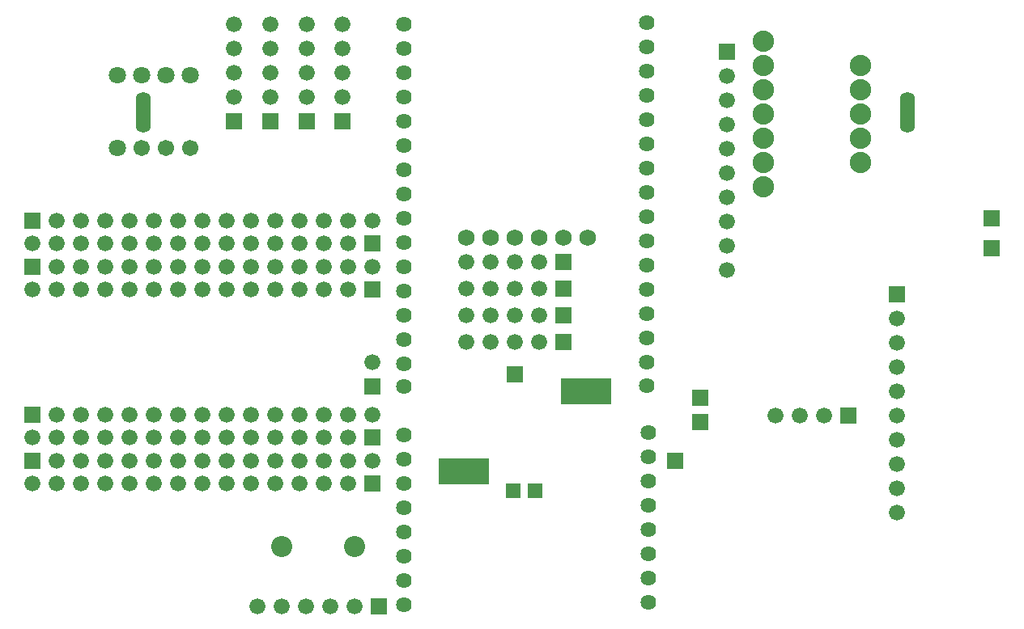
<source format=gbs>
G04 Layer: BottomSolderMaskLayer*
G04 EasyEDA v6.5.51, 2025-12-08 09:47:30*
G04 7167e3a2cd4a4cc2b36d8ec3c7a0698f,d159c27349c1460ca4c4e21dfb61053a,10*
G04 Gerber Generator version 0.2*
G04 Scale: 100 percent, Rotated: No, Reflected: No *
G04 Dimensions in millimeters *
G04 leading zeros omitted , absolute positions ,4 integer and 5 decimal *
%FSLAX45Y45*%
%MOMM*%

%AMMACRO1*4,1,8,-2.5821,-1.3716,-2.6416,-1.3121,-2.6416,1.3121,-2.5821,1.3716,2.5821,1.3716,2.6416,1.3121,2.6416,-1.3121,2.5821,-1.3716,-2.5821,-1.3716,0*%
%AMMACRO2*4,1,8,-0.8085,-0.8382,-0.8382,-0.8084,-0.8382,0.8085,-0.8085,0.8382,0.8084,0.8382,0.8382,0.8085,0.8382,-0.8084,0.8084,-0.8382,-0.8085,-0.8382,0*%
%AMMACRO3*4,1,8,-0.7711,-0.8008,-0.8008,-0.771,-0.8008,0.7711,-0.7711,0.8008,0.771,0.8008,0.8008,0.7711,0.8008,-0.771,0.771,-0.8008,-0.7711,-0.8008,0*%
%ADD10MACRO1*%
%ADD11MACRO2*%
%ADD12C,1.6764*%
%ADD13O,1.601597X4.301592*%
%ADD14C,2.2032*%
%ADD15C,1.8040*%
%ADD16C,1.7016*%
%ADD17C,1.8032*%
%ADD18C,0.0191*%
%ADD19C,2.2352*%
%ADD20C,1.6256*%
%ADD21MACRO3*%
%ADD22C,1.7272*%

%LPD*%
D10*
G01*
X6197600Y2768600D03*
G01*
X4914900Y1930400D03*
D11*
G01*
X10439400Y4267200D03*
G01*
X10439400Y4584700D03*
G01*
X5448300Y2946400D03*
D12*
G01*
X406400Y4318000D03*
G01*
X660400Y4318000D03*
G01*
X914400Y4318000D03*
G01*
X1168400Y4318000D03*
G01*
X1422400Y4318000D03*
G01*
X1676400Y4318000D03*
G01*
X1930400Y4318000D03*
G01*
X2184400Y4318000D03*
G01*
X2438400Y4318000D03*
G01*
X2692400Y4318000D03*
G01*
X2946400Y4318000D03*
G01*
X3200400Y4318000D03*
G01*
X3454400Y4318000D03*
G01*
X3708400Y4318000D03*
D11*
G01*
X3962400Y4318000D03*
D12*
G01*
X406400Y3835400D03*
G01*
X660400Y3835400D03*
G01*
X914400Y3835400D03*
G01*
X1168400Y3835400D03*
G01*
X1422400Y3835400D03*
G01*
X1676400Y3835400D03*
G01*
X1930400Y3835400D03*
G01*
X2184400Y3835400D03*
G01*
X2438400Y3835400D03*
G01*
X2692400Y3835400D03*
G01*
X2946400Y3835400D03*
G01*
X3200400Y3835400D03*
G01*
X3454400Y3835400D03*
G01*
X3708400Y3835400D03*
D11*
G01*
X3962400Y3835400D03*
D12*
G01*
X406400Y2286000D03*
G01*
X660400Y2286000D03*
G01*
X914400Y2286000D03*
G01*
X1168400Y2286000D03*
G01*
X1422400Y2286000D03*
G01*
X1676400Y2286000D03*
G01*
X1930400Y2286000D03*
G01*
X2184400Y2286000D03*
G01*
X2438400Y2286000D03*
G01*
X2692400Y2286000D03*
G01*
X2946400Y2286000D03*
G01*
X3200400Y2286000D03*
G01*
X3454400Y2286000D03*
G01*
X3708400Y2286000D03*
D11*
G01*
X3962400Y2286000D03*
D12*
G01*
X406400Y1803400D03*
G01*
X660400Y1803400D03*
G01*
X914400Y1803400D03*
G01*
X1168400Y1803400D03*
G01*
X1422400Y1803400D03*
G01*
X1676400Y1803400D03*
G01*
X1930400Y1803400D03*
G01*
X2184400Y1803400D03*
G01*
X2438400Y1803400D03*
G01*
X2692400Y1803400D03*
G01*
X2946400Y1803400D03*
G01*
X3200400Y1803400D03*
G01*
X3454400Y1803400D03*
G01*
X3708400Y1803400D03*
D11*
G01*
X3962400Y1803400D03*
D12*
G01*
X4940300Y4127500D03*
G01*
X5194300Y4127500D03*
G01*
X5448300Y4127500D03*
G01*
X5702300Y4127500D03*
D11*
G01*
X5956300Y4127500D03*
D12*
G01*
X4940300Y3848100D03*
G01*
X5194300Y3848100D03*
G01*
X5448300Y3848100D03*
G01*
X5702300Y3848100D03*
D11*
G01*
X5956300Y3848100D03*
D12*
G01*
X4940300Y3568700D03*
G01*
X5194300Y3568700D03*
G01*
X5448300Y3568700D03*
G01*
X5702300Y3568700D03*
D11*
G01*
X5956300Y3568700D03*
D12*
G01*
X4940300Y3289300D03*
G01*
X5194300Y3289300D03*
G01*
X5448300Y3289300D03*
G01*
X5702300Y3289300D03*
D11*
G01*
X5956300Y3289300D03*
D13*
G01*
X9562591Y5689600D03*
G01*
X1562607Y5689600D03*
D12*
G01*
X2755900Y520700D03*
G01*
X3009900Y520700D03*
G01*
X3263900Y520700D03*
G01*
X3517900Y520700D03*
G01*
X3771900Y520700D03*
D11*
G01*
X4025900Y520700D03*
D14*
G01*
X3009900Y1143000D03*
G01*
X3771900Y1143000D03*
D11*
G01*
X3962400Y2819400D03*
D12*
G01*
X3962400Y3073400D03*
D15*
G01*
X1295400Y5321300D03*
D16*
G01*
X1549400Y5321300D03*
G01*
X1803400Y5321300D03*
G01*
X2057400Y5321300D03*
D17*
G01*
X2057400Y6083300D03*
G01*
X1803400Y6083300D03*
G01*
X1549400Y6083300D03*
G01*
X1295400Y6083300D03*
D12*
G01*
X3644900Y6616700D03*
G01*
X3644900Y6362700D03*
G01*
X3644900Y6108700D03*
G01*
X3644900Y5854700D03*
D11*
G01*
X3644900Y5600700D03*
D12*
G01*
X3276600Y6616700D03*
G01*
X3276600Y6362700D03*
G01*
X3276600Y6108700D03*
G01*
X3276600Y5854700D03*
D11*
G01*
X3276600Y5600700D03*
D19*
G01*
X9067876Y5676976D03*
G01*
X9067876Y5930976D03*
G01*
X9067876Y6184976D03*
G01*
X9067876Y5422976D03*
G01*
X9067876Y5168976D03*
G01*
X8051876Y5676976D03*
G01*
X8051876Y5422976D03*
G01*
X8051876Y5168976D03*
G01*
X8051876Y4914976D03*
G01*
X8051876Y5930976D03*
G01*
X8051876Y6184976D03*
G01*
X8051800Y6438900D03*
D12*
G01*
X2895600Y6616700D03*
G01*
X2895600Y6362700D03*
G01*
X2895600Y6108700D03*
G01*
X2895600Y5854700D03*
D11*
G01*
X2895600Y5600700D03*
D12*
G01*
X2514600Y6616700D03*
G01*
X2514600Y6362700D03*
G01*
X2514600Y6108700D03*
G01*
X2514600Y5854700D03*
D11*
G01*
X2514600Y5600700D03*
D20*
G01*
X6832600Y2832100D03*
G01*
X6845300Y2336800D03*
G01*
X6845300Y2082800D03*
G01*
X6845300Y1828800D03*
G01*
X6845300Y1574800D03*
G01*
X6845300Y1320800D03*
G01*
X6845300Y1066800D03*
G01*
X6845300Y812800D03*
G01*
X6845300Y558800D03*
G01*
X6832600Y6629400D03*
G01*
X6832600Y6375400D03*
G01*
X6832600Y6121400D03*
G01*
X6832600Y5867400D03*
G01*
X6832600Y5613400D03*
G01*
X6832600Y5359400D03*
G01*
X6832600Y5105400D03*
G01*
X6832600Y4851400D03*
G01*
X6832600Y4597400D03*
G01*
X6832600Y4343400D03*
G01*
X6832600Y4089400D03*
G01*
X6832600Y3835400D03*
G01*
X6832600Y3581400D03*
G01*
X6832600Y3327400D03*
G01*
X6832600Y3073400D03*
G01*
X4292600Y3060700D03*
G01*
X4292600Y3314700D03*
G01*
X4292600Y3568700D03*
G01*
X4292600Y3822700D03*
G01*
X4292600Y4076700D03*
G01*
X4292600Y4330700D03*
G01*
X4292600Y4584700D03*
G01*
X4292600Y4838700D03*
G01*
X4292600Y5092700D03*
G01*
X4292600Y5346700D03*
G01*
X4292600Y5600700D03*
G01*
X4292600Y5854700D03*
G01*
X4292600Y6108700D03*
G01*
X4292600Y6362700D03*
G01*
X4292600Y6616700D03*
G01*
X4292600Y533400D03*
G01*
X4292600Y787400D03*
G01*
X4292600Y1041400D03*
G01*
X4292600Y1295400D03*
G01*
X4292600Y1549400D03*
G01*
X4292600Y1803400D03*
G01*
X4292600Y2057400D03*
G01*
X4292600Y2311400D03*
G01*
X4292600Y2819400D03*
D21*
G01*
X5435598Y1727201D03*
G01*
X5664198Y1727201D03*
D11*
G01*
X7391400Y2705100D03*
G01*
X7391400Y2451100D03*
D22*
G01*
X6210300Y4381500D03*
G01*
X5956300Y4381500D03*
G01*
X5702300Y4381500D03*
G01*
X5448300Y4381500D03*
G01*
X5194300Y4381500D03*
G01*
X4940300Y4381500D03*
D11*
G01*
X8940800Y2514600D03*
D12*
G01*
X8686800Y2514600D03*
G01*
X8432800Y2514600D03*
G01*
X8178800Y2514600D03*
D11*
G01*
X7124700Y2044700D03*
D12*
G01*
X3962400Y4559300D03*
G01*
X3708400Y4559300D03*
G01*
X3454400Y4559300D03*
G01*
X3200400Y4559300D03*
G01*
X2946400Y4559300D03*
G01*
X2692400Y4559300D03*
G01*
X2438400Y4559300D03*
G01*
X2184400Y4559300D03*
G01*
X1930400Y4559300D03*
G01*
X1676400Y4559300D03*
G01*
X1422400Y4559300D03*
G01*
X1168400Y4559300D03*
G01*
X914400Y4559300D03*
G01*
X660400Y4559300D03*
D11*
G01*
X406400Y4559300D03*
D12*
G01*
X3962400Y4076700D03*
G01*
X3708400Y4076700D03*
G01*
X3454400Y4076700D03*
G01*
X3200400Y4076700D03*
G01*
X2946400Y4076700D03*
G01*
X2692400Y4076700D03*
G01*
X2438400Y4076700D03*
G01*
X2184400Y4076700D03*
G01*
X1930400Y4076700D03*
G01*
X1676400Y4076700D03*
G01*
X1422400Y4076700D03*
G01*
X1168400Y4076700D03*
G01*
X914400Y4076700D03*
G01*
X660400Y4076700D03*
D11*
G01*
X406400Y4076700D03*
D12*
G01*
X3962400Y2527300D03*
G01*
X3708400Y2527300D03*
G01*
X3454400Y2527300D03*
G01*
X3200400Y2527300D03*
G01*
X2946400Y2527300D03*
G01*
X2692400Y2527300D03*
G01*
X2438400Y2527300D03*
G01*
X2184400Y2527300D03*
G01*
X1930400Y2527300D03*
G01*
X1676400Y2527300D03*
G01*
X1422400Y2527300D03*
G01*
X1168400Y2527300D03*
G01*
X914400Y2527300D03*
G01*
X660400Y2527300D03*
D11*
G01*
X406400Y2527300D03*
D12*
G01*
X3962400Y2044700D03*
G01*
X3708400Y2044700D03*
G01*
X3454400Y2044700D03*
G01*
X3200400Y2044700D03*
G01*
X2946400Y2044700D03*
G01*
X2692400Y2044700D03*
G01*
X2438400Y2044700D03*
G01*
X2184400Y2044700D03*
G01*
X1930400Y2044700D03*
G01*
X1676400Y2044700D03*
G01*
X1422400Y2044700D03*
G01*
X1168400Y2044700D03*
G01*
X914400Y2044700D03*
G01*
X660400Y2044700D03*
D11*
G01*
X406400Y2044700D03*
D12*
G01*
X7670800Y4038600D03*
G01*
X7670800Y4292600D03*
G01*
X7670800Y4546600D03*
G01*
X7670800Y4800600D03*
G01*
X7670800Y5054600D03*
G01*
X7670800Y5308600D03*
G01*
X7670800Y5562600D03*
G01*
X7670800Y5816600D03*
G01*
X7670800Y6070600D03*
D11*
G01*
X7670800Y6324600D03*
D12*
G01*
X9448800Y1498600D03*
G01*
X9448800Y1752600D03*
G01*
X9448800Y2006600D03*
G01*
X9448800Y2260600D03*
G01*
X9448800Y2514600D03*
G01*
X9448800Y2768600D03*
G01*
X9448800Y3022600D03*
G01*
X9448800Y3276600D03*
G01*
X9448800Y3530600D03*
D11*
G01*
X9448800Y3784600D03*
M02*

</source>
